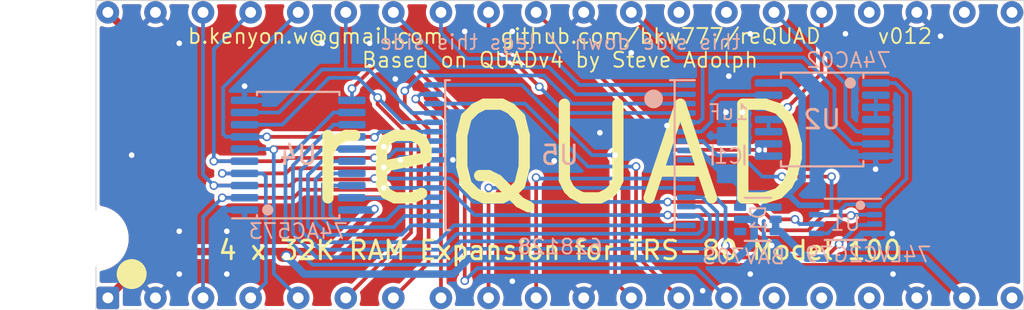
<source format=kicad_pcb>
(kicad_pcb (version 20211014) (generator pcbnew)
  (title_block (title "reQUAD") (date "2022-08-29") (rev "012") (company "Brian K. White - b.kenyon.w@gmail.com") (comment 1 "Original design by Steve Adolph"))
  (layers (0 "F.Cu" signal) (31 "B.Cu" signal) (34 "B.Paste" user) (35 "F.Paste" user) (36 "B.SilkS" user "B.Silkscreen") (37 "F.SilkS" user "F.Silkscreen") (38 "B.Mask" user) (39 "F.Mask" user) (44 "Edge.Cuts" user))
  (net 0 "")
  (net 1 "GND")
  (net 2 "/AD1")
  (net 3 "/AD3")
  (net 4 "/AD5")
  (net 5 "/AD7")
  (net 6 "/A9")
  (net 7 "/A11")
  (net 8 "/A13")
  (net 9 "/A15")
  (net 10 "/A14")
  (net 11 "/A12")
  (net 12 "/A10")
  (net 13 "/A8")
  (net 14 "/~{Y0}")
  (net 15 "/AD6")
  (net 16 "/AD4")
  (net 17 "/AD2")
  (net 18 "/AD0")
  (net 19 "/FLOP_CLK")
  (net 20 "/B1")
  (net 21 "/B0")
  (net 22 "/U5_CE2")
  (net 23 "Net-(U2-Pad10)")
  (net 24 "Net-(U2-Pad2)")
  (net 25 "/A1")
  (net 26 "/A3")
  (net 27 "/A2")
  (net 28 "/A0")
  (net 29 "/A4")
  (net 30 "/A5")
  (net 31 "/A6")
  (net 32 "/A7")
  (net 33 "VCC")
  (net 34 "VMEM")
  (net 35 "/RAMRST")
  (net 45 "/~{RD}*")
  (net 46 "/IO~{M}*")
  (net 47 "/ALE*")
  (net 48 "/(A)*")
  (net 49 "/RESET*")
  (net 50 "/~{WR}*")
  (footprint "000_LOCAL:DIP-40_pins" (layer "F.Cu") (at 125.87 107.62 90)
    (fp_text reference "J1" hide)
    (fp_text value "Model_100_System_BUS")
    (pad "1" thru_hole roundrect locked (at 0 0 90) (size 1.2 1.2) (drill 0.58) (layers *.Cu *.Mask) (roundrect_rratio 0.1) (net 33 "VCC"))
    (pad "2" thru_hole circle locked (at 0 2.54 90) (size 1.2 1.2) (drill 0.58) (layers *.Cu *.Mask) (net 1 "GND"))
    (pad "3" thru_hole circle locked (at 0 5.08 90) (size 1.2 1.2) (drill 0.58) (layers *.Cu *.Mask) (net 18 "/AD0"))
    (pad "4" thru_hole circle locked (at 0 7.62 90) (size 1.2 1.2) (drill 0.58) (layers *.Cu *.Mask) (net 17 "/AD2"))
    (pad "5" thru_hole circle locked (at 0 10.16 90) (size 1.2 1.2) (drill 0.58) (layers *.Cu *.Mask) (net 16 "/AD4"))
    (pad "6" thru_hole circle locked (at 0 12.7 90) (size 1.2 1.2) (drill 0.58) (layers *.Cu *.Mask) (net 15 "/AD6"))
    (pad "7" thru_hole circle locked (at 0 15.24 90) (size 1.2 1.2) (drill 0.58) (layers *.Cu *.Mask) (net 13 "/A8"))
    (pad "8" thru_hole circle locked (at 0 17.78 90) (size 1.2 1.2) (drill 0.58) (layers *.Cu *.Mask) (net 12 "/A10"))
    (pad "9" thru_hole circle locked (at 0 20.32 90) (size 1.2 1.2) (drill 0.58) (layers *.Cu *.Mask) (net 11 "/A12"))
    (pad "10" thru_hole circle locked (at 0 22.86 90) (size 1.2 1.2) (drill 0.58) (layers *.Cu *.Mask) (net 10 "/A14"))
    (pad "11" thru_hole circle locked (at 0 25.4 90) (size 1.2 1.2) (drill 0.58) (layers *.Cu *.Mask) (net 1 "GND"))
    (pad "12" thru_hole circle locked (at 0 27.94 90) (size 1.2 1.2) (drill 0.58) (layers *.Cu *.Mask) (net 45 "/~{RD}*"))
    (pad "13" thru_hole circle locked (at 0 30.48 90) (size 1.2 1.2) (drill 0.58) (layers *.Cu *.Mask) (net 46 "/IO~{M}*"))
    (pad "14" thru_hole circle locked (at 0 33.02 90) (size 1.2 1.2) (drill 0.58) (layers *.Cu *.Mask) (net 47 "/ALE*"))
    (pad "15" thru_hole circle locked (at 0 35.56 90) (size 1.2 1.2) (drill 0.58) (layers *.Cu *.Mask))
    (pad "16" thru_hole circle locked (at 0 38.1 90) (size 1.2 1.2) (drill 0.58) (layers *.Cu *.Mask) (net 48 "/(A)*"))
    (pad "17" thru_hole circle locked (at 0 40.64 90) (size 1.2 1.2) (drill 0.58) (layers *.Cu *.Mask))
    (pad "18" thru_hole circle locked (at 0 43.18 90) (size 1.2 1.2) (drill 0.58) (layers *.Cu *.Mask) (net 1 "GND"))
    (pad "19" thru_hole circle locked (at 0 45.72 90) (size 1.2 1.2) (drill 0.58) (layers *.Cu *.Mask) (net 35 "/RAMRST"))
    (pad "20" thru_hole circle locked (at 0 48.26 90) (size 1.2 1.2) (drill 0.58) (layers *.Cu *.Mask))
    (pad "21" thru_hole circle locked (at 15.24 48.26 90) (size 1.2 1.2) (drill 0.58) (layers *.Cu *.Mask))
    (pad "22" thru_hole circle locked (at 15.24 45.72 90) (size 1.2 1.2) (drill 0.58) (layers *.Cu *.Mask))
    (pad "23" thru_hole circle locked (at 15.24 43.18 90) (size 1.2 1.2) (drill 0.58) (layers *.Cu *.Mask) (net 1 "GND"))
    (pad "24" thru_hole circle locked (at 15.24 40.64 90) (size 1.2 1.2) (drill 0.58) (layers *.Cu *.Mask))
    (pad "25" thru_hole circle locked (at 15.24 38.1 90) (size 1.2 1.2) (drill 0.58) (layers *.Cu *.Mask) (net 49 "/RESET*"))
    (pad "26" thru_hole circle locked (at 15.24 35.56 90) (size 1.2 1.2) (drill 0.58) (layers *.Cu *.Mask) (net 14 "/~{Y0}"))
    (pad "27" thru_hole circle locked (at 15.24 33.02 90) (size 1.2 1.2) (drill 0.58) (layers *.Cu *.Mask))
    (pad "28" thru_hole circle locked (at 15.24 30.48 90) (size 1.2 1.2) (drill 0.58) (layers *.Cu *.Mask))
    (pad "29" thru_hole circle locked (at 15.24 27.94 90) (size 1.2 1.2) (drill 0.58) (layers *.Cu *.Mask) (net 50 "/~{WR}*"))
    (pad "30" thru_hole circle locked (at 15.24 25.4 90) (size 1.2 1.2) (drill 0.58) (layers *.Cu *.Mask) (net 1 "GND"))
    (pad "31" thru_hole circle locked (at 15.24 22.86 90) (size 1.2 1.2) (drill 0.58) (layers *.Cu *.Mask) (net 9 "/A15"))
    (pad "32" thru_hole circle locked (at 15.24 20.32 90) (size 1.2 1.2) (drill 0.58) (layers *.Cu *.Mask) (net 8 "/A13"))
    (pad "33" thru_hole circle locked (at 15.24 17.78 90) (size 1.2 1.2) (drill 0.58) (layers *.Cu *.Mask) (net 7 "/A11"))
    (pad "34" thru_hole circle locked (at 15.24 15.24 90) (size 1.2 1.2) (drill 0.58) (layers *.Cu *.Mask) (net 6 "/A9"))
    (pad "35" thru_hole circle locked (at 15.24 12.7 90) (size 1.2 1.2) (drill 0.58) (layers *.Cu *.Mask) (net 5 "/AD7"))
    (pad "36" thru_hole circle locked (at 15.24 10.16 90) (size 1.2 1.2) (drill 0.58) (layers *.Cu *.Mask) (net 4 "/AD5"))
    (pad "37" thru_hole circle locked (at 15.24 7.62 90) (size 1.2 1.2) (drill 0.58) (layers *.Cu *.Mask) (net 3 "/AD3"))
    (pad "38" thru_hole circle locked (at 15.24 5.08 90) (size 1.2 1.2) (drill 0.58) (layers *.Cu *.Mask) (net 2 "/AD1"))
    (pad "39" thru_hole circle locked (at 15.24 2.54 90) (size 1.2 1.2) (drill 0.58) (layers *.Cu *.Mask) (net 1 "GND"))
    (pad "40" thru_hole circle locked (at 15.24 0 90) (size 1.2 1.2) (drill 0.58) (layers *.Cu *.Mask) (net 33 "VCC"))
  )
  (footprint "000_LOCAL:TSOP32-14mm" (layer "B.Cu") (at 150 100 -90)
    (fp_text reference "U5" (at 0 0) (layer "B.SilkS") (effects (justify mirror)))
    (fp_text value "628128" (at 4.8895 0) (layer "B.SilkS") (effects (font (size 0.8 0.8) (thickness 0.1)) (justify mirror)))
    (pad "1" smd roundrect locked (at -3.75 -6.75 270) (size 0.3 1) (layers "B.Cu" "B.Paste" "B.Mask") (net 7 "/A11"))
    (pad "2" smd roundrect locked (at -3.25 -6.75 270) (size 0.3 1) (layers "B.Cu" "B.Paste" "B.Mask") (net 6 "/A9"))
    (pad "3" smd roundrect locked (at -2.75 -6.75 270) (size 0.3 1) (layers "B.Cu" "B.Paste" "B.Mask") (net 13 "/A8"))
    (pad "4" smd roundrect locked (at -2.25 -6.75 270) (size 0.3 1) (layers "B.Cu" "B.Paste" "B.Mask") (net 8 "/A13"))
    (pad "5" smd roundrect locked (at -1.75 -6.75 270) (size 0.3 1) (layers "B.Cu" "B.Paste" "B.Mask") (net 50 "/~{WR}*"))
    (pad "6" smd roundrect locked (at -1.25 -6.75 270) (size 0.3 1) (layers "B.Cu" "B.Paste" "B.Mask") (net 22 "/U5_CE2"))
    (pad "7" smd roundrect locked (at -0.75 -6.75 270) (size 0.3 1) (layers "B.Cu" "B.Paste" "B.Mask") (net 21 "/B0"))
    (pad "8" smd roundrect locked (at -0.25 -6.75 270) (size 0.3 1) (layers "B.Cu" "B.Paste" "B.Mask") (net 34 "VMEM"))
    (pad "9" smd roundrect locked (at 0.25 -6.75 270) (size 0.3 1) (layers "B.Cu" "B.Paste" "B.Mask"))
    (pad "10" smd roundrect locked (at 0.75 -6.75 270) (size 0.3 1) (layers "B.Cu" "B.Paste" "B.Mask") (net 20 "/B1"))
    (pad "11" smd roundrect locked (at 1.25 -6.75 270) (size 0.3 1) (layers "B.Cu" "B.Paste" "B.Mask") (net 10 "/A14"))
    (pad "12" smd roundrect locked (at 1.75 -6.75 270) (size 0.3 1) (layers "B.Cu" "B.Paste" "B.Mask") (net 11 "/A12"))
    (pad "13" smd roundrect locked (at 2.25 -6.75 270) (size 0.3 1) (layers "B.Cu" "B.Paste" "B.Mask") (net 32 "/A7"))
    (pad "14" smd roundrect locked (at 2.75 -6.75 270) (size 0.3 1) (layers "B.Cu" "B.Paste" "B.Mask") (net 31 "/A6"))
    (pad "15" smd roundrect locked (at 3.25 -6.75 270) (size 0.3 1) (layers "B.Cu" "B.Paste" "B.Mask") (net 30 "/A5"))
    (pad "16" smd roundrect locked (at 3.75 -6.75 270) (size 0.3 1) (layers "B.Cu" "B.Paste" "B.Mask") (net 29 "/A4"))
    (pad "17" smd roundrect locked (at 3.75 6.75 270) (size 0.3 1) (layers "B.Cu" "B.Paste" "B.Mask") (net 26 "/A3"))
    (pad "18" smd roundrect locked (at 3.25 6.75 270) (size 0.3 1) (layers "B.Cu" "B.Paste" "B.Mask") (net 27 "/A2"))
    (pad "19" smd roundrect locked (at 2.75 6.75 270) (size 0.3 1) (layers "B.Cu" "B.Paste" "B.Mask") (net 25 "/A1"))
    (pad "20" smd roundrect locked (at 2.25 6.75 270) (size 0.3 1) (layers "B.Cu" "B.Paste" "B.Mask") (net 28 "/A0"))
    (pad "21" smd roundrect locked (at 1.75 6.75 270) (size 0.3 1) (layers "B.Cu" "B.Paste" "B.Mask") (net 18 "/AD0"))
    (pad "22" smd roundrect locked (at 1.25 6.75 270) (size 0.3 1) (layers "B.Cu" "B.Paste" "B.Mask") (net 2 "/AD1"))
    (pad "23" smd roundrect locked (at 0.75 6.75 270) (size 0.3 1) (layers "B.Cu" "B.Paste" "B.Mask") (net 17 "/AD2"))
    (pad "24" smd roundrect locked (at 0.25 6.75 270) (size 0.3 1) (layers "B.Cu" "B.Paste" "B.Mask") (net 1 "GND"))
    (pad "25" smd roundrect locked (at -0.25 6.75 270) (size 0.3 1) (layers "B.Cu" "B.Paste" "B.Mask") (net 3 "/AD3"))
    (pad "26" smd roundrect locked (at -0.75 6.75 270) (size 0.3 1) (layers "B.Cu" "B.Paste" "B.Mask") (net 16 "/AD4"))
    (pad "27" smd roundrect locked (at -1.25 6.75 270) (size 0.3 1) (layers "B.Cu" "B.Paste" "B.Mask") (net 4 "/AD5"))
    (pad "28" smd roundrect locked (at -1.75 6.75 270) (size 0.3 1) (layers "B.Cu" "B.Paste" "B.Mask") (net 15 "/AD6"))
    (pad "29" smd roundrect locked (at -2.25 6.75 270) (size 0.3 1) (layers "B.Cu" "B.Paste" "B.Mask") (net 5 "/AD7"))
    (pad "30" smd roundrect locked (at -2.75 6.75 270) (size 0.3 1) (layers "B.Cu" "B.Paste" "B.Mask") (net 46 "/IO~{M}*"))
    (pad "31" smd roundrect locked (at -3.25 6.75 270) (size 0.3 1) (layers "B.Cu" "B.Paste" "B.Mask") (net 12 "/A10"))
    (pad "32" smd roundrect locked (at -3.75 6.75 270) (size 0.3 1) (layers "B.Cu" "B.Paste" "B.Mask") (net 45 "/~{RD}*"))
  )
  (footprint "000_LOCAL:TSSOP-20_4.4x6.5mm_P0.65mm" (layer "B.Cu") (at 136.03 100)
    (fp_text reference "U4" (at 0 0) (layer "B.SilkS") (effects (justify mirror)))
    (fp_text value "74AC573" (at 0 4.064) (layer "B.SilkS") (effects (font (size 0.8 0.8) (thickness 0.1)) (justify mirror)))
    (pad "1" smd roundrect locked (at -2.8625 2.925) (size 1.475 0.4) (layers "B.Cu" "B.Paste" "B.Mask") (net 1 "GND"))
    (pad "2" smd roundrect locked (at -2.8625 2.275) (size 1.475 0.4) (layers "B.Cu" "B.Paste" "B.Mask") (net 18 "/AD0"))
    (pad "3" smd roundrect locked (at -2.8625 1.625) (size 1.475 0.4) (layers "B.Cu" "B.Paste" "B.Mask") (net 2 "/AD1"))
    (pad "4" smd roundrect locked (at -2.8625 0.975) (size 1.475 0.4) (layers "B.Cu" "B.Paste" "B.Mask") (net 17 "/AD2"))
    (pad "5" smd roundrect locked (at -2.8625 0.325) (size 1.475 0.4) (layers "B.Cu" "B.Paste" "B.Mask") (net 3 "/AD3"))
    (pad "6" smd roundrect locked (at -2.8625 -0.325) (size 1.475 0.4) (layers "B.Cu" "B.Paste" "B.Mask") (net 16 "/AD4"))
    (pad "7" smd roundrect locked (at -2.8625 -0.975) (size 1.475 0.4) (layers "B.Cu" "B.Paste" "B.Mask") (net 4 "/AD5"))
    (pad "8" smd roundrect locked (at -2.8625 -1.625) (size 1.475 0.4) (layers "B.Cu" "B.Paste" "B.Mask") (net 15 "/AD6"))
    (pad "9" smd roundrect locked (at -2.8625 -2.275) (size 1.475 0.4) (layers "B.Cu" "B.Paste" "B.Mask") (net 5 "/AD7"))
    (pad "10" smd roundrect locked (at -2.8625 -2.925) (size 1.475 0.4) (layers "B.Cu" "B.Paste" "B.Mask") (net 1 "GND"))
    (pad "11" smd roundrect locked (at 2.8625 -2.925) (size 1.475 0.4) (layers "B.Cu" "B.Paste" "B.Mask") (net 47 "/ALE*"))
    (pad "12" smd roundrect locked (at 2.8625 -2.275) (size 1.475 0.4) (layers "B.Cu" "B.Paste" "B.Mask") (net 32 "/A7"))
    (pad "13" smd roundrect locked (at 2.8625 -1.625) (size 1.475 0.4) (layers "B.Cu" "B.Paste" "B.Mask") (net 31 "/A6"))
    (pad "14" smd roundrect locked (at 2.8625 -0.975) (size 1.475 0.4) (layers "B.Cu" "B.Paste" "B.Mask") (net 30 "/A5"))
    (pad "15" smd roundrect locked (at 2.8625 -0.325) (size 1.475 0.4) (layers "B.Cu" "B.Paste" "B.Mask") (net 29 "/A4"))
    (pad "16" smd roundrect locked (at 2.8625 0.325) (size 1.475 0.4) (layers "B.Cu" "B.Paste" "B.Mask") (net 26 "/A3"))
    (pad "17" smd roundrect locked (at 2.8625 0.975) (size 1.475 0.4) (layers "B.Cu" "B.Paste" "B.Mask") (net 27 "/A2"))
    (pad "18" smd roundrect locked (at 2.8625 1.625) (size 1.475 0.4) (layers "B.Cu" "B.Paste" "B.Mask") (net 25 "/A1"))
    (pad "19" smd roundrect locked (at 2.8625 2.275) (size 1.475 0.4) (layers "B.Cu" "B.Paste" "B.Mask") (net 28 "/A0"))
    (pad "20" smd roundrect locked (at 2.8625 2.925) (size 1.475 0.4) (layers "B.Cu" "B.Paste" "B.Mask") (net 33 "VCC"))
  )
  (footprint "000_LOCAL:NPTH_3mm" (layer "B.Cu") (at 125.235 104.445 180)
    (fp_text reference "REF**" hide)
    (fp_text value "NPTH_3mm")
    (pad "" np_thru_hole circle locked (at 0 0 180) (size 3 3) (drill 3) (layers *.Cu *.Mask))
  )
  (footprint "000_LOCAL:TSSOP-14_4.4x5mm_P0.65mm" (layer "B.Cu") (at 164 98.1 180)
    (fp_text reference "U2" (at 0 0) (layer "B.SilkS") (effects (justify mirror)))
    (fp_text value "74AC02" (at -1.405 3.17) (layer "B.SilkS") (effects (font (size 0.8 0.8) (thickness 0.1)) (justify mirror)))
    (pad "1" smd roundrect locked (at -2.8625 1.95 180) (size 1.475 0.4) (layers "B.Cu" "B.Paste" "B.Mask") (net 19 "/FLOP_CLK"))
    (pad "2" smd roundrect locked (at -2.8625 1.3 180) (size 1.475 0.4) (layers "B.Cu" "B.Paste" "B.Mask") (net 24 "Net-(U2-Pad2)"))
    (pad "3" smd roundrect locked (at -2.8625 0.65 180) (size 1.475 0.4) (layers "B.Cu" "B.Paste" "B.Mask") (net 24 "Net-(U2-Pad2)"))
    (pad "4" smd roundrect locked (at -2.8625 0 180) (size 1.475 0.4) (layers "B.Cu" "B.Paste" "B.Mask") (net 24 "Net-(U2-Pad2)"))
    (pad "5" smd roundrect locked (at -2.8625 -0.65 180) (size 1.475 0.4) (layers "B.Cu" "B.Paste" "B.Mask") (net 14 "/~{Y0}"))
    (pad "6" smd roundrect locked (at -2.8625 -1.3 180) (size 1.475 0.4) (layers "B.Cu" "B.Paste" "B.Mask") (net 50 "/~{WR}*"))
    (pad "7" smd roundrect locked (at -2.8625 -1.95 180) (size 1.475 0.4) (layers "B.Cu" "B.Paste" "B.Mask") (net 1 "GND"))
    (pad "8" smd roundrect locked (at 2.8625 -1.95 180) (size 1.475 0.4) (layers "B.Cu" "B.Paste" "B.Mask") (net 9 "/A15"))
    (pad "9" smd roundrect locked (at 2.8625 -1.3 180) (size 1.475 0.4) (layers "B.Cu" "B.Paste" "B.Mask") (net 9 "/A15"))
    (pad "10" smd roundrect locked (at 2.8625 -0.65 180) (size 1.475 0.4) (layers "B.Cu" "B.Paste" "B.Mask") (net 23 "Net-(U2-Pad10)"))
    (pad "11" smd roundrect locked (at 2.8625 0 180) (size 1.475 0.4) (layers "B.Cu" "B.Paste" "B.Mask") (net 23 "Net-(U2-Pad10)"))
    (pad "12" smd roundrect locked (at 2.8625 0.65 180) (size 1.475 0.4) (layers "B.Cu" "B.Paste" "B.Mask") (net 49 "/RESET*"))
    (pad "13" smd roundrect locked (at 2.8625 1.3 180) (size 1.475 0.4) (layers "B.Cu" "B.Paste" "B.Mask") (net 22 "/U5_CE2"))
    (pad "14" smd roundrect locked (at 2.8625 1.95 180) (size 1.475 0.4) (layers "B.Cu" "B.Paste" "B.Mask") (net 34 "VMEM"))
  )
  (footprint "000_LOCAL:C_0805" (layer "B.Cu") (at 159 100 90)
    (fp_text reference "C1" (at -0.05 0) (layer "B.SilkS") (effects (font (size 0.8 0.8) (thickness 0.1)) (justify mirror)))
    (fp_text value "1uF" (at 2.286 0) (layer "B.SilkS") (effects (font (size 0.8 0.8) (thickness 0.1)) (justify mirror)))
    (pad "1" smd roundrect locked (at -1 0 90) (size 1 1.25) (layers "B.Cu" "B.Paste" "B.Mask") (roundrect_rratio 0.1) (net 34 "VMEM"))
    (pad "2" smd roundrect locked (at 1 0 90) (size 1 1.25) (layers "B.Cu" "B.Paste" "B.Mask") (roundrect_rratio 0.1) (net 1 "GND"))
  )
  (footprint "000_LOCAL:VSSOP-8_2.3x2mm_P0.5mm" (layer "B.Cu") (at 165.24 103.429 180)
    (fp_text reference "U1" (at 0 -0.2) (layer "B.SilkS") (effects (font (size 0.8 0.8) (thickness 0.1)) (justify mirror)))
    (fp_text value "74LVC2G79" (at -1.2192 -1.8796) (layer "B.SilkS") (effects (font (size 0.8 0.8) (thickness 0.1)) (justify mirror)))
    (pad "1" smd roundrect locked (at -1.55 0.75 270) (size 0.3 0.8) (layers "B.Cu" "B.Paste" "B.Mask") (roundrect_rratio 0.18) (net 19 "/FLOP_CLK"))
    (pad "2" smd roundrect locked (at -1.55 0.25 270) (size 0.3 0.8) (layers "B.Cu" "B.Paste" "B.Mask") (roundrect_rratio 0.18) (net 18 "/AD0"))
    (pad "3" smd roundrect locked (at -1.55 -0.25 270) (size 0.3 0.8) (layers "B.Cu" "B.Paste" "B.Mask") (roundrect_rratio 0.18) (net 20 "/B1"))
    (pad "4" smd roundrect locked (at -1.55 -0.75 270) (size 0.3 0.8) (layers "B.Cu" "B.Paste" "B.Mask") (roundrect_rratio 0.18) (net 1 "GND"))
    (pad "5" smd roundrect locked (at 1.55 -0.75 270) (size 0.3 0.8) (layers "B.Cu" "B.Paste" "B.Mask") (roundrect_rratio 0.18) (net 19 "/FLOP_CLK"))
    (pad "6" smd roundrect locked (at 1.55 -0.25 270) (size 0.3 0.8) (layers "B.Cu" "B.Paste" "B.Mask") (roundrect_rratio 0.18) (net 2 "/AD1"))
    (pad "7" smd roundrect locked (at 1.55 0.25 270) (size 0.3 0.8) (layers "B.Cu" "B.Paste" "B.Mask") (roundrect_rratio 0.18) (net 21 "/B0"))
    (pad "8" smd roundrect locked (at 1.55 0.75 270) (size 0.3 0.8) (layers "B.Cu" "B.Paste" "B.Mask") (roundrect_rratio 0.18) (net 34 "VMEM"))
  )
  (footprint "000_LOCAL:SOT-363_symmetric" (layer "B.Cu") (at 160.5664 103.429 180)
    (fp_text reference "D1" (at -0.0254 0 270) (layer "B.SilkS") (effects (font (size 0.8 0.8) (thickness 0.1)) (justify mirror)))
    (fp_text value "BAV70S" (at 0.762 -1.9812) (layer "B.SilkS") (effects (font (size 0.8 0.8) (thickness 0.1)) (justify mirror)))
    (pad "1" smd roundrect locked (at -0.95 0.65 180) (size 0.65 0.4) (layers "B.Cu" "B.Paste" "B.Mask") (roundrect_rratio 0.18) (net 33 "VCC"))
    (pad "2" smd roundrect locked (at -0.95 0 180) (size 0.65 0.4) (layers "B.Cu" "B.Paste" "B.Mask") (roundrect_rratio 0.18) (net 35 "/RAMRST"))
    (pad "3" smd roundrect locked (at -0.95 -0.65 180) (size 0.65 0.4) (layers "B.Cu" "B.Paste" "B.Mask") (roundrect_rratio 0.18) (net 35 "/RAMRST"))
    (pad "4" smd roundrect locked (at 0.95 -0.65 180) (size 0.65 0.4) (layers "B.Cu" "B.Paste" "B.Mask") (roundrect_rratio 0.18))
    (pad "5" smd roundrect locked (at 0.95 0 180) (size 0.65 0.4) (layers "B.Cu" "B.Paste" "B.Mask") (roundrect_rratio 0.18) (net 33 "VCC"))
    (pad "6" smd roundrect locked (at 0.95 0.65 180) (size 0.65 0.4) (layers "B.Cu" "B.Paste" "B.Mask") (roundrect_rratio 0.18) (net 34 "VMEM"))
  )
  (gr_circle (center 127.14 106.35) (end 126.74 106.35) (layer "F.SilkS") (width 0.8) (fill none))
  (gr_line (start 174.765 91.745) (end 125.235 91.745) (layer "Edge.Cuts") (width 0.05))
  (gr_line (start 125.235 91.745) (end 125.235 108.255) (layer "Edge.Cuts") (width 0.05))
  (gr_line (start 174.765 108.255) (end 174.765 91.745) (layer "Edge.Cuts") (width 0.05))
  (gr_line (start 125.235 108.255) (end 174.765 108.255) (layer "Edge.Cuts") (width 0.05))
  (gr_text "this side down / legs this side" (at 150 93.9675) (layer "B.SilkS") (effects (font (size 0.8 0.8) (thickness 0.1)) (justify mirror)))
  (gr_text "4 x 32K RAM Expansion for TRS-80 Model 100" (at 150 105.08) (layer "F.SilkS") (effects (font (size 1 1))))
  (gr_text "reQUAD" (at 150 100) (layer "F.SilkS") (effects (font (size 5 5) (thickness 0.6))))
  (gr_text "b.kenyon.w@gmail.com     github.com/bkw777/reQUAD     v012" (at 150 93.65) (layer "F.SilkS") (effects (font (size 0.8 0.8) (thickness 0.1))))
  (gr_text "Based on QUADv4 by Steve Adolph" (at 150 94.92) (layer "F.SilkS") (effects (font (size 0.8 0.8) (thickness 0.1))))
  (via (at 170.32 93.65) (size 0.46) (drill 0.3) (layers "F.Cu" "B.Cu") (net 1))
  (via (at 160.16 93.523) (size 0.46) (drill 0.3) (layers "F.Cu" "B.Cu") (net 1))
  (via (at 152.1336 98.8062) (size 0.46) (drill 0.3) (layers "F.Cu" "B.Cu") (net 1))
  (via (at 159.017 95.7836) (size 0.46) (drill 0.3) (layers "F.Cu" "B.Cu") (net 1))
  (via (at 165.24 93.523) (size 0.46) (drill 0.3) (layers "F.Cu" "B.Cu") (net 1))
  (via (at 139.84 94.031) (size 0.46) (drill 0.3) (layers "F.Cu" "B.Cu") (net 1))
  (via (at 127.14 100) (size 0.46) (drill 0.3) (layers "F.Cu" "B.Cu") (net 1))
  (via (at 157.62 107.239) (size 0.46) (drill 0.3) (layers "F.Cu" "B.Cu") (net 1))
  (via (at 147.46 93.396) (size 0.46) (drill 0.3) (layers "F.Cu" "B.Cu") (net 1))
  (via (at 160.16 106.35) (size 0.46) (drill 0.3) (layers "F.Cu" "B.Cu") (net 1))
  (via (at 153.81 94.539) (size 0.46) (drill 0.3) (layers "F.Cu" "B.Cu") (net 1))
  (via (at 132.22 106.35) (size 0.46) (drill 0.3) (layers "F.Cu" "B.Cu") (net 1))
  (via (at 129.68 94.031) (size 0.46) (drill 0.3) (layers "F.Cu" "B.Cu") (net 1))
  (via (at 167.74 104.19) (size 0.46) (drill 0.3) (layers "F.Cu" "B.Cu") (net 1))
  (via (at 147.46 106.731) (size 0.46) (drill 0.3) (layers "F.Cu" "B.Cu") (net 1))
  (via (at 158.8646 97.714) (size 0.46) (drill 0.3) (layers "F.Cu" "B.Cu") (net 1))
  (via (at 141.491 100.25) (size 0.46) (drill 0.3) (layers "F.Cu" "B.Cu") (net 1))
  (via (at 167.78 106.35) (size 0.46) (drill 0.3) (layers "F.Cu" "B.Cu") (net 1))
  (via (at 144.92 93.396) (size 0.46) (drill 0.3) (layers "F.Cu" "B.Cu") (net 1))
  (via (at 141.2116 95.936) (size 0.46) (drill 0.3) (layers "F.Cu" "B.Cu") (net 1))
  (via (at 159.7282 97.714) (size 0.46) (drill 0.3) (layers "F.Cu" "B.Cu") (net 1))
  (via (at 137.3 94.031) (size 0.46) (drill 0.3) (layers "F.Cu" "B.Cu") (net 1))
  (via (at 161.303 104.826) (size 0.46) (drill 0.3) (layers "F.Cu" "B.Cu") (net 1))
  (via (at 149.6952 100.3048) (size 0.46) (drill 0.3) (layers "F.Cu" "B.Cu") (net 1))
  (via (at 166.85 100.75) (size 0.46) (drill 0.3) (layers "F.Cu" "B.Cu") (net 1))
  (via (at 129.68 104.064) (size 0.46) (drill 0.3) (layers "F.Cu" "B.Cu") (net 1))
  (via (at 133.1675 96.317) (size 0.46) (drill 0.3) (layers "F.Cu" "B.Cu") (net 1))
  (via (at 155.715 98.4252) (size 0.46) (drill 0.3) (layers "F.Cu" "B.Cu") (net 1))
  (via (at 144.285 100.254) (size 0.46) (drill 0.3) (layers "F.Cu" "B.Cu") (net 1))
  (via (at 132.22 104.064) (size 0.46) (drill 0.3) (layers "F.Cu" "B.Cu") (net 1))
  (via (at 129.68 106.35) (size 0.46) (drill 0.3) (layers "F.Cu" "B.Cu") (net 1))
  (segment (start 160.3486 102.5) (end 155.75 102.5) (width 0.2) (layer "F.Cu") (net 2))
  (segment (start 135.92525 101.3) (end 135.60025 101.625) (width 0.2) (layer "F.Cu") (net 2))
  (segment (start 140.1 101.25) (end 140.05 101.3) (width 0.2) (layer "F.Cu") (net 2))
  (segment (start 135.60025 101.625) (end 131.525 101.625) (width 0.2) (layer "F.Cu") (net 2))
  (segment (start 140.05 101.3) (end 135.92525 101.3) (width 0.2) (layer "F.Cu") (net 2))
  (segment (start 162.5476 103.429) (end 161.2776 103.429) (width 0.2) (layer "F.Cu") (net 2))
  (segment (start 161.2776 103.429) (end 160.3486 102.5) (width 0.2) (layer "F.Cu") (net 2))
  (via (at 162.5476 103.429) (size 0.46) (drill 0.3) (layers "F.Cu" "B.Cu") (net 2))
  (via (at 140.1 101.25) (size 0.46) (drill 0.3) (layers "F.Cu" "B.Cu") (net 2))
  (via (at 131.525 101.625) (size 0.46) (drill 0.3) (layers "F.Cu" "B.Cu") (net 2))
  (via (at 155.75 102.5) (size 0.46) (drill 0.3) (layers "F.Cu" "B.Cu") (net 2))
  (segment (start 144.15 101.25) (end 143.25 101.25) (width 0.2) (layer "B.Cu") (net 2))
  (segment (start 140.1 101.25) (end 140.15 101.2) (width 0.2) (layer "B.Cu") (net 2))
  (segment (start 130.95 101.05) (end 131.525 101.625) (width 0.2) (layer "B.Cu") (net 2))
  (segment (start 140.88 101.2) (end 140.93 101.25) (width 0.2) (layer "B.Cu") (net 2))
  (segment (start 140.15 101.2) (end 140.88 101.2) (width 0.2) (layer "B.Cu") (net 2))
  (segment (start 162.7976 103.679) (end 163.69 103.679) (width 0.2) (layer "B.Cu") (net 2))
  (segment (start 140.93 101.25) (end 143.25 101.25) (width 0.2) (layer "B.Cu") (net 2))
  (segment (start 145.4 102.5) (end 144.15 101.25) (width 0.2) (layer "B.Cu") (net 2))
  (segment (start 130.95 101.05) (end 130.95 92.38) (width 0.2) (layer "B.Cu") (net 2))
  (segment (start 162.5476 103.429) (end 162.7976 103.679) (width 0.2) (layer "B.Cu") (net 2))
  (segment (start 133.1675 101.625) (end 131.525 101.625) (width 0.2) (layer "B.Cu") (net 2))
  (segment (start 155.75 102.5) (end 145.4 102.5) (width 0.2) (layer "B.Cu") (net 2))
  (segment (start 140.1 100.15) (end 135.3 100.15) (width 0.2) (layer "F.Cu") (net 3))
  (segment (start 135.3 100.15) (end 135.125 100.325) (width 0.2) (layer "F.Cu") (net 3))
  (segment (start 135.125 100.325) (end 131.525 100.325) (width 0.2) (layer "F.Cu") (net 3))
  (via (at 140.1 100.15) (size 0.46) (drill 0.3) (layers "F.Cu" "B.Cu") (net 3))
  (via (at 131.525 100.325) (size 0.46) (drill 0.3) (layers "F.Cu" "B.Cu") (net 3))
  (segment (start 140.1 100.15) (end 140.15 100.1) (width 0.2) (layer "B.Cu") (net 3))
  (segment (start 140.15 100.1) (end 140.85 100.1) (width 0.2) (layer "B.Cu") (net 3))
  (segment (start 131.525 100.325) (end 131.525 94.345) (width 0.2) (layer "B.Cu") (net 3))
  (segment (start 141.25 99.7) (end 143.2 99.7) (width 0.2) (layer "B.Cu") (net 3))
  (segment (start 131.525 94.345) (end 133.49 92.38) (width 0.2) (layer "B.Cu") (net 3))
  (segment (start 133.1675 100.325) (end 131.525 100.325) (width 0.2) (layer "B.Cu") (net 3))
  (segment (start 143.2 99.7) (end 143.25 99.75) (width 0.2) (layer "B.Cu") (net 3))
  (segment (start 140.85 100.1) (end 141.25 99.7) (width 0.2) (layer "B.Cu") (net 3))
  (segment (start 134.3536 99.025) (end 140.075 99.025) (width 0.2) (layer "F.Cu") (net 4))
  (segment (start 140.075 99.025) (end 140.1 99.05) (width 0.2) (layer "F.Cu") (net 4))
  (via (at 140.1 99.05) (size 0.46) (drill 0.3) (layers "F.Cu" "B.Cu") (net 4))
  (via (at 134.3536 99.025) (size 0.46) (drill 0.3) (layers "F.Cu" "B.Cu") (net 4))
  (segment (start 133.1675 99.025) (end 132.1848 99.025) (width 0.2) (layer "B.Cu") (net 4))
  (segment (start 133.1675 99.025) (end 134.3536 99.025) (width 0.2) (layer "B.Cu") (net 4))
  (segment (start 140.1 99.05) (end 140.4 98.75) (width 0.2) (layer "B.Cu") (net 4))
  (segment (start 132.025 96.385) (end 136.03 92.38) (width 0.2) (layer "B.Cu") (net 4))
  (segment (start 132.1848 99.025) (end 132.025 98.8652) (width 0.2) (layer "B.Cu") (net 4))
  (segment (start 132.025 98.8652) (end 132.025 96.385) (width 0.2) (layer "B.Cu") (net 4))
  (segment (start 140.4 98.75) (end 143.25 98.75) (width 0.2) (layer "B.Cu") (net 4))
  (segment (start 143.25 97.75) (end 142.0985 97.75) (width 0.2) (layer "B.Cu") (net 5))
  (segment (start 138.57 95.428) (end 138.57 92.38) (width 0.2) (layer "B.Cu") (net 5))
  (segment (start 137.3 95.428) (end 135.003 97.725) (width 0.2) (layer "B.Cu") (net 5))
  (segment (start 135.003 97.725) (end 133.1675 97.725) (width 0.2) (layer "B.Cu") (net 5))
  (segment (start 142.0985 97.75) (end 139.7765 95.428) (width 0.2) (layer "B.Cu") (net 5))
  (segment (start 139.7765 95.428) (end 137.3 95.428) (width 0.2) (layer "B.Cu") (net 5))
  (segment (start 144.03 95.3) (end 141.11 92.38) (width 0.2) (layer "B.Cu") (net 6))
  (segment (start 150.85 96.75) (end 149.4 95.3) (width 0.2) (layer "B.Cu") (net 6))
  (segment (start 156.75 96.75) (end 150.85 96.75) (width 0.2) (layer "B.Cu") (net 6))
  (segment (start 149.4 95.3) (end 144.03 95.3) (width 0.2) (layer "B.Cu") (net 6))
  (segment (start 143.65 93.4722) (end 143.65 92.38) (width 0.2) (layer "B.Cu") (net 7))
  (segment (start 151.05 96.25) (end 149.65 94.85) (width 0.2) (layer "B.Cu") (net 7))
  (segment (start 156.75 96.25) (end 151.05 96.25) (width 0.2) (layer "B.Cu") (net 7))
  (segment (start 149.65 94.85) (end 145.0278 94.85) (width 0.2) (layer "B.Cu") (net 7))
  (segment (start 145.0278 94.85) (end 143.65 93.4722) (width 0.2) (layer "B.Cu") (net 7))
  (segment (start 148.9 96.35) (end 146.19 93.64) (width 0.2) (layer "F.Cu") (net 8))
  (segment (start 146.19 93.64) (end 146.19 92.38) (width 0.2) (layer "F.Cu") (net 8))
  (via (at 148.9 96.35) (size 0.46) (drill 0.3) (layers "F.Cu" "B.Cu") (net 8))
  (segment (start 150.3 97.75) (end 156.75 97.75) (width 0.2) (layer "B.Cu") (net 8))
  (segment (start 148.9 96.35) (end 150.3 97.75) (width 0.2) (layer "B.Cu") (net 8))
  (segment (start 160.62 99.72) (end 156.07 99.72) (width 0.2) (layer "F.Cu") (net 9))
  (segment (start 160.625 99.725) (end 160.62 99.72) (width 0.2) (layer "F.Cu") (net 9))
  (segment (start 156.07 99.72) (end 148.73 92.38) (width 0.2) (layer "F.Cu") (net 9))
  (via (at 160.625 99.725) (size 0.46) (drill 0.3) (layers "F.Cu" "B.Cu") (net 9))
  (segment (start 160.95 100.05) (end 161.1375 100.05) (width 0.2) (layer "B.Cu") (net 9))
  (segment (start 160.625 99.725) (end 160.95 100.05) (width 0.2) (layer "B.Cu") (net 9))
  (segment (start 160.95 99.4) (end 161.1375 99.4) (width 0.2) (layer "B.Cu") (net 9))
  (segment (start 160.625 99.725) (end 160.95 99.4) (width 0.2) (layer "B.Cu") (net 9))
  (segment (start 148.725 101.2) (end 148.73 101.205) (width 0.2) (layer "F.Cu") (net 10))
  (segment (start 148.73 101.205) (end 148.73 107.62) (width 0.2) (layer "F.Cu") (net 10))
  (via (at 148.725 101.2) (size 0.46) (drill 0.3) (layers "F.Cu" "B.Cu") (net 10))
  (segment (start 148.725 101.2) (end 148.775 101.25) (width 0.2) (layer "B.Cu") (net 10))
  (segment (start 148.775 101.25) (end 156.75 101.25) (width 0.2) (layer "B.Cu") (net 10))
  (segment (start 146.2 101.75) (end 146.19 101.76) (width 0.2) (layer "F.Cu") (net 11))
  (segment (start 146.19 101.76) (end 146.19 107.62) (width 0.2) (layer "F.Cu") (net 11))
  (via (at 146.2 101.75) (size 0.46) (drill 0.3) (layers "F.Cu" "B.Cu") (net 11))
  (segment (start 146.2 101.75) (end 156.75 101.75) (width 0.2) (layer "B.Cu") (net 11))
  (segment (start 143.65 98.35) (end 143.65 107.62) (width 0.2) (layer "F.Cu") (net 12))
  (segment (start 142.3 97) (end 143.65 98.35) (width 0.2) (layer "F.Cu") (net 12))
  (via (at 142.3 97) (size 0.46) (drill 0.3) (layers "F.Cu" "B.Cu") (net 12))
  (segment (start 142.55 96.75) (end 143.25 96.75) (width 0.2) (layer "B.Cu") (net 12))
  (segment (start 142.3 97) (end 142.55 96.75) (width 0.2) (layer "B.Cu") (net 12))
  (segment (start 142.9896 105.7404) (end 141.11 107.62) (width 0.2) (layer "F.Cu") (net 13))
  (segment (start 141.7196 97.333) (end 142.9896 98.603) (width 0.2) (layer "F.Cu") (net 13))
  (segment (start 141.7196 96.571) (end 141.7196 97.333) (width 0.2) (layer "F.Cu") (net 13))
  (segment (start 142.9896 98.603) (end 142.9896 105.7404) (width 0.2) (layer "F.Cu") (net 13))
  (via (at 141.7196 96.571) (size 0.46) (drill 0.3) (layers "F.Cu" "B.Cu") (net 13))
  (segment (start 142.5406 95.75) (end 149.15 95.75) (width 0.2) (layer "B.Cu") (net 13))
  (segment (start 150.65 97.25) (end 156.75 97.25) (width 0.2) (layer "B.Cu") (net 13))
  (segment (start 149.15 95.75) (end 150.65 97.25) (width 0.2) (layer "B.Cu") (net 13))
  (segment (start 141.7196 96.571) (end 142.5406 95.75) (width 0.2) (layer "B.Cu") (net 13))
  (segment (start 166.8625 98.75) (end 165.85 98.75) (width 0.2) (layer "B.Cu") (net 14))
  (segment (start 165.24 96.19) (end 161.43 92.38) (width 0.2) (layer "B.Cu") (net 14))
  (segment (start 165.24 98.14) (end 165.24 96.19) (width 0.2) (layer "B.Cu") (net 14))
  (segment (start 165.85 98.75) (end 165.24 98.14) (width 0.2) (layer "B.Cu") (net 14))
  (segment (start 140.2718 96.9266) (end 140.2718 97.2822) (width 0.2) (layer "F.Cu") (net 15))
  (segment (start 142.0498 104.1402) (end 138.57 107.62) (width 0.2) (layer "F.Cu") (net 15))
  (segment (start 140.2718 97.2822) (end 142.0498 99.0602) (width 0.2) (layer "F.Cu") (net 15))
  (segment (start 142.0498 99.0602) (end 142.0498 104.1402) (width 0.2) (layer "F.Cu") (net 15))
  (via (at 140.2718 96.9266) (size 0.46) (drill 0.3) (layers "F.Cu" "B.Cu") (net 15))
  (segment (start 139.2177 95.8725) (end 137.681 95.8725) (width 0.2) (layer "B.Cu") (net 15))
  (segment (start 137.681 95.8725) (end 135.1785 98.375) (width 0.2) (layer "B.Cu") (net 15))
  (segment (start 141.5952 98.25) (end 143.25 98.25) (width 0.2) (layer "B.Cu") (net 15))
  (segment (start 140.2718 96.9266) (end 139.2177 95.8725) (width 0.2) (layer "B.Cu") (net 15))
  (segment (start 135.1785 98.375) (end 133.1675 98.375) (width 0.2) (layer "B.Cu") (net 15))
  (segment (start 140.2718 96.9266) (end 141.5952 98.25) (width 0.2) (layer "B.Cu") (net 15))
  (segment (start 134.8285 99.6) (end 134.725 99.7035) (width 0.2) (layer "F.Cu") (net 16))
  (segment (start 140.6 99.55) (end 140.55 99.6) (width 0.2) (layer "F.Cu") (net 16))
  (segment (start 140.55 99.6) (end 134.8285 99.6) (width 0.2) (layer "F.Cu") (net 16))
  (via (at 134.725 99.7035) (size 0.46) (drill 0.3) (layers "F.Cu" "B.Cu") (net 16))
  (via (at 140.6 99.55) (size 0.46) (drill 0.3) (layers "F.Cu" "B.Cu") (net 16))
  (segment (start 133.1675 99.675) (end 134.6965 99.675) (width 0.2) (layer "B.Cu") (net 16))
  (segment (start 140.9 99.25) (end 143.25 99.25) (width 0.2) (layer "B.Cu") (net 16))
  (segment (start 134.725 99.7035) (end 134.725 106.315) (width 0.2) (layer "B.Cu") (net 16))
  (segment (start 134.725 106.315) (end 136.03 107.62) (width 0.2) (layer "B.Cu") (net 16))
  (segment (start 140.6 99.55) (end 140.9 99.25) (width 0.2) (layer "B.Cu") (net 16))
  (segment (start 134.6965 99.675) (end 134.725 99.7035) (width 0.2) (layer "B.Cu") (net 16))
  (segment (start 140.55 100.7) (end 135.65 100.7) (width 0.2) (layer "F.Cu") (net 17))
  (segment (start 135.375 100.975) (end 131.975 100.975) (width 0.2) (layer "F.Cu") (net 17))
  (segment (start 135.65 100.7) (end 135.375 100.975) (width 0.2) (layer "F.Cu") (net 17))
  (segment (start 140.6 100.65) (end 140.55 100.7) (width 0.2) (layer "F.Cu") (net 17))
  (via (at 131.975 100.975) (size 0.46) (drill 0.3) (layers "F.Cu" "B.Cu") (net 17))
  (via (at 140.6 100.65) (size 0.46) (drill 0.3) (layers "F.Cu" "B.Cu") (net 17))
  (segment (start 141.01 100.65) (end 140.6 100.65) (width 0.2) (layer "B.Cu") (net 17))
  (segment (start 134.3 106.81) (end 133.49 107.62) (width 0.2) (layer "B.Cu") (net 17))
  (segment (start 143.25 100.75) (end 143.2 100.8) (width 0.2) (layer "B.Cu") (net 17))
  (segment (start 134.1348 100.975) (end 134.3 101.1402) (width 0.2) (layer "B.Cu") (net 17))
  (segment (start 143.2 100.8) (end 141.16 100.8) (width 0.2) (layer "B.Cu") (net 17))
  (segment (start 133.1675 100.975) (end 131.975 100.975) (width 0.2) (layer "B.Cu") (net 17))
  (segment (start 133.1675 100.975) (end 134.1348 100.975) (width 0.2) (layer "B.Cu") (net 17))
  (segment (start 134.3 101.1402) (end 134.3 106.81) (width 0.2) (layer "B.Cu") (net 17))
  (segment (start 141.16 100.8) (end 141.01 100.65) (width 0.2) (layer "B.Cu") (net 17))
  (segment (start 135.787 102.275) (end 131.975 102.275) (width 0.2) (layer "F.Cu") (net 18))
  (segment (start 164.052 103.22) (end 163.2588 104.0132) (width 0.2) (layer "F.Cu") (net 18))
  (segment (start 140.5 101.85) (end 136.212 101.85) (width 0.2) (layer "F.Cu") (net 18))
  (segment (start 165.54 103.22) (end 164.052 103.22) (width 0.2) (layer "F.Cu") (net 18))
  (segment (start 136.212 101.85) (end 135.787 102.275) (width 0.2) (layer "F.Cu") (net 18))
  (segment (start 160.795 104.0132) (end 159.9818 103.2) (width 0.2) (layer "F.Cu") (net 18))
  (segment (start 163.2588 104.0132) (end 160.795 104.0132) (width 0.2) (layer "F.Cu") (net 18))
  (segment (start 159.9818 103.2) (end 155.75 103.2) (width 0.2) (layer "F.Cu") (net 18))
  (segment (start 140.6 101.75) (end 140.5 101.85) (width 0.2) (layer "F.Cu") (net 18))
  (via (at 155.75 103.2) (size 0.46) (drill 0.3) (layers "F.Cu" "B.Cu") (net 18))
  (via (at 140.6 101.75) (size 0.46) (drill 0.3) (layers "F.Cu" "B.Cu") (net 18))
  (via (at 165.54 103.22) (size 0.46) (drill 0.3) (layers "F.Cu" "B.Cu") (net 18))
  (via (at 131.975 102.275) (size 0.46) (drill 0.3) (layers "F.Cu" "B.Cu") (net 18))
  (segment (start 131.975 102.275) (end 130.95 103.3) (width 0.2) (layer "B.Cu") (net 18))
  (segment (start 140.6 101.75) (end 143.25 101.75) (width 0.2) (layer "B.Cu") (net 18))
  (segment (start 133.1675 102.275) (end 131.975 102.275) (width 0.2) (layer "B.Cu") (net 18))
  (segment (start 145.45 103.2) (end 144 101.75) (width 0.2) (layer "B.Cu") (net 18))
  (segment (start 165.54 103.22) (end 165.581 103.179) (width 0.2) (layer "B.Cu") (net 18))
  (segment (start 165.581 103.179) (end 166.79 103.179) (width 0.2) (layer "B.Cu") (net 18))
  (segment (start 130.95 103.3) (end 130.95 107.62) (width 0.2) (layer "B.Cu") (net 18))
  (segment (start 155.75 103.2) (end 145.45 103.2) (width 0.2) (layer "B.Cu") (net 18))
  (segment (start 144 101.75) (end 143.25 101.75) (width 0.2) (layer "B.Cu") (net 18))
  (segment (start 167.071 102.679) (end 168.5 101.25) (width 0.2) (layer "B.Cu") (net 19))
  (segment (start 168.5 101.25) (end 168.5 96.75) (width 0.2) (layer "B.Cu") (net 19))
  (segment (start 166.736 102.625) (end 165.282 102.625) (width 0.2) (layer "B.Cu") (net 19))
  (segment (start 164.296 104.179) (end 163.69 104.179) (width 0.2) (layer "B.Cu") (net 19))
  (segment (start 166.79 102.679) (end 166.736 102.625) (width 0.2) (layer "B.Cu") (net 19))
  (segment (start 166.79 102.679) (end 167.071 102.679) (width 0.2) (layer "B.Cu") (net 19))
  (segment (start 166.79 102.7044) (end 166.7156 102.63) (width 0.2) (layer "B.Cu") (net 19))
  (segment (start 164.986 102.921) (end 164.986 103.489) (width 0.2) (layer "B.Cu") (net 19))
  (segment (start 168.5 96.75) (end 167.9 96.15) (width 0.2) (layer "B.Cu") (net 19))
  (segment (start 164.986 103.489) (end 164.296 104.179) (width 0.2) (layer "B.Cu") (net 19))
  (segment (start 167.9 96.15) (end 166.8625 96.15) (width 0.2) (layer "B.Cu") (net 19))
  (segment (start 165.282 102.625) (end 164.986 102.921) (width 0.2) (layer "B.Cu") (net 19))
  (segment (start 164.189 105.461) (end 159.4742 105.461) (width 0.2) (layer "F.Cu") (net 20))
  (segment (start 159.4742 105.461) (end 158.8392 104.826) (width 0.2) (layer "F.Cu") (net 20))
  (segment (start 164.9 104.75) (end 164.189 105.461) (width 0.2) (layer "F.Cu") (net 20))
  (via (at 164.9 104.75) (size 0.46) (drill 0.3) (layers "F.Cu" "B.Cu") (net 20))
  (via (at 158.8392 104.826) (size 0.46) (drill 0.3) (layers "F.Cu" "B.Cu") (net 20))
  (segment (start 157.747 101.057) (end 157.44 100.75) (width 0.2) (layer "B.Cu") (net 20))
  (segment (start 158.8392 104.826) (end 158.8392 102.794) (width 0.2) (layer "B.Cu") (net 20))
  (segment (start 165.925 103.725) (end 166.744 103.725) (width 0.2) (layer "B.Cu") (net 20))
  (segment (start 158.8392 102.794) (end 157.747 101.7018) (width 0.2) (layer "B.Cu") (net 20))
  (segment (start 157.44 100.75) (end 156.75 100.75) (width 0.2) (layer "B.Cu") (net 20))
  (segment (start 166.744 103.725) (end 166.79 103.679) (width 0.2) (layer "B.Cu") (net 20))
  (segment (start 157.747 101.7018) (end 157.747 101.057) (width 0.2) (layer "B.Cu") (net 20))
  (segment (start 164.9 104.75) (end 165.925 103.725) (width 0.2) (layer "B.Cu") (net 20))
  (segment (start 164.5 101.15) (end 161.85 101.15) (width 0.2) (layer "F.Cu") (net 21))
  (via (at 164.5 101.15) (size 0.46) (drill 0.3) (layers "F.Cu" "B.Cu") (net 21))
  (via (at 161.85 101.15) (size 0.46) (drill 0.3) (layers "F.Cu" "B.Cu") (net 21))
  (segment (start 158.392 100.01) (end 157.632 99.25) (width 0.2) (layer "B.Cu") (net 21))
  (segment (start 164.347 103.179) (end 163.69 103.179) (width 0.2) (layer "B.Cu") (net 21))
  (segment (start 159.66 100.01) (end 158.392 100.01) (width 0.2) (layer "B.Cu") (net 21))
  (segment (start 161.85 101.15) (end 160.8 101.15) (width 0.2) (layer "B.Cu") (net 21))
  (segment (start 157.632 99.25) (end 156.75 99.25) (width 0.2) (layer "B.Cu") (net 21))
  (segment (start 160.8 101.15) (end 159.66 100.01) (width 0.2) (layer "B.Cu") (net 21))
  (segment (start 164.5 101.15) (end 164.5 103.026) (width 0.2) (layer "B.Cu") (net 21))
  (segment (start 164.5 103.026) (end 164.347 103.179) (width 0.2) (layer "B.Cu") (net 21))
  (segment (start 158.1 98.2) (end 158.1 97.15) (width 0.2) (layer "B.Cu") (net 22))
  (segment (start 158.45 96.8) (end 161.1375 96.8) (width 0.2) (layer "B.Cu") (net 22))
  (segment (start 158.1 97.15) (end 158.45 96.8) (width 0.2) (layer "B.Cu") (net 22))
  (segment (start 156.75 98.75) (end 157.55 98.75) (width 0.2) (layer "B.Cu") (net 22))
  (segment (start 157.55 98.75) (end 158.1 98.2) (width 0.2) (layer "B.Cu") (net 22))
  (segment (start 161.1375 98.75) (end 161.1375 98.1) (width 0.2) (layer "B.Cu") (net 23))
  (segment (start 166.8625 97.45) (end 166.8625 96.8) (width 0.2) (layer "B.Cu") (net 24))
  (segment (start 166.8625 98.1) (end 166.8625 97.45) (width 0.2) (layer "B.Cu") (net 24))
  (segment (start 137.75 103.2) (end 138 103.45) (width 0.2) (layer "B.Cu") (net 25))
  (segment (start 137.75 101.8) (end 137.75 103.2) (width 0.2) (layer "B.Cu") (net 25))
  (segment (start 137.925 101.625) (end 137.75 101.8) (width 0.2) (layer "B.Cu") (net 25))
  (segment (start 138.8925 101.625) (end 137.925 101.625) (width 0.2) (layer "B.Cu") (net 25))
  (segment (start 141.45 102.75) (end 143.25 102.75) (width 0.2) (layer "B.Cu") (net 25))
  (segment (start 138 103.45) (end 140.75 103.45) (width 0.2) (layer "B.Cu") (net 25))
  (segment (start 140.75 103.45) (end 141.45 102.75) (width 0.2) (layer "B.Cu") (net 25))
  (segment (start 137.9275 100.325) (end 136.95 101.3025) (width 0.2) (layer "B.Cu") (net 26))
  (segment (start 136.95 101.3025) (end 136.95 103.6) (width 0.2) (layer "B.Cu") (net 26))
  (segment (start 141.55 104.25) (end 142.05 103.75) (width 0.2) (layer "B.Cu") (net 26))
  (segment (start 137.6 104.25) (end 141.55 104.25) (width 0.2) (layer "B.Cu") (net 26))
  (segment (start 138.8925 100.325) (end 137.9275 100.325) (width 0.2) (layer "B.Cu") (net 26))
  (segment (start 142.05 103.75) (end 143.25 103.75) (width 0.2) (layer "B.Cu") (net 26))
  (segment (start 136.95 103.6) (end 137.6 104.25) (width 0.2) (layer "B.Cu") (net 26))
  (segment (start 137.35 101.55) (end 137.925 100.975) (width 0.2) (layer "B.Cu") (net 27))
  (segment (start 137.925 100.975) (end 138.8925 100.975) (width 0.2) (layer "B.Cu") (net 27))
  (segment (start 141.125 103.85) (end 137.8 103.85) (width 0.2) (layer "B.Cu") (net 27))
  (segment (start 141.725 103.25) (end 141.125 103.85) (width 0.2) (layer "B.Cu") (net 27))
  (segment (start 143.25 103.25) (end 141.725 103.25) (width 0.2) (layer "B.Cu") (net 27))
  (segment (start 137.8 103.85) (end 137.35 103.4) (width 0.2) (layer "B.Cu") (net 27))
  (segment (start 137.35 103.4) (end 137.35 101.55) (width 0.2) (layer "B.Cu") (net 27))
  (segment (start 140.92 102.25) (end 140.87 102.3) (width 0.2) (layer "B.Cu") (net 28))
  (segment (start 138.9175 102.3) (end 138.8925 102.275) (width 0.2) (layer "B.Cu") (net 28))
  (segment (start 143.25 102.25) (end 140.92 102.25) (width 0.2) (layer "B.Cu") (net 28))
  (segment (start 140.87 102.3) (end 138.9175 102.3) (width 0.2) (layer "B.Cu") (net 28))
  (segment (start 144.35 103.75) (end 156.75 103.75) (width 0.2) (layer "B.Cu") (net 29))
  (segment (start 137.4 104.65) (end 143.45 104.65) (width 0.2) (layer "B.Cu") (net 29))
  (segment (start 138.8925 99.675) (end 137.9425 99.675) (width 0.2) (layer "B.Cu") (net 29))
  (segment (start 143.45 104.65) (end 144.35 103.75) (width 0.2) (layer "B.Cu") (net 29))
  (segment (start 137.9425 99.675) (end 136.55 101.0675) (width 0.2) (layer "B.Cu") (net 29))
  (segment (start 136.55 101.0675) (end 136.55 103.8) (width 0.2) (layer "B.Cu") (net 29))
  (segment (start 136.55 103.8) (end 137.4 104.65) (width 0.2) (layer "B.Cu") (net 29))
  (segment (start 136.15 100.8325) (end 136.15 104) (width 0.2) (layer "B.Cu") (net 30))
  (segment (start 143.65 105.05) (end 144.5 104.2) (width 0.2) (layer "B.Cu") (net 30))
  (segment (start 144.5 104.2) (end 157.3805 104.2) (width 0.2) (layer "B.Cu") (net 30))
  (segment (start 137.2 105.05) (end 143.65 105.05) (width 0.2) (layer "B.Cu") (net 30))
  (segment (start 138.8925 99.025) (end 137.9575 99.025) (width 0.2) (layer "B.Cu") (net 30))
  (segment (start 157.6 103.9805) (end 157.6 103.45) (width 0.2) (layer "B.Cu") (net 30))
  (segment (start 157.6 103.45) (end 157.4 103.25) (width 0.2) (layer "B.Cu") (net 30))
  (segment (start 136.15 104) (end 137.2 105.05) (width 0.2) (layer "B.Cu") (net 30))
  (segment (start 137.9575 99.025) (end 136.15 100.8325) (width 0.2) (layer "B.Cu") (net 30))
  (segment (start 157.4 103.25) (end 156.75 103.25) (width 0.2) (layer "B.Cu") (net 30))
  (segment (start 157.3805 104.2) (end 157.6 103.9805) (width 0.2) (layer "B.Cu") (net 30))
  (segment (start 157.5 102.75) (end 156.75 102.75) (width 0.2) (layer "B.Cu") (net 31))
  (segment (start 157.58925 104.6) (end 158 104.18925) (width 0.2) (layer "B.Cu") (net 31))
  (segment (start 137 105.45) (end 143.85 105.45) (width 0.2) (layer "B.Cu") (net 31))
  (segment (start 144.7 104.6) (end 157.58925 104.6) (width 0.2) (layer "B.Cu") (net 31))
  (segment (start 135.75 104.2) (end 137 105.45) (width 0.2) (layer "B.Cu") (net 31))
  (segment (start 143.85 105.45) (end 144.7 104.6) (width 0.2) (layer "B.Cu") (net 31))
  (segment (start 135.75 100.55) (end 135.75 104.2) (width 0.2) (layer "B.Cu") (net 31))
  (segment (start 158 104.18925) (end 158 103.25) (width 0.2) (layer "B.Cu") (net 31))
  (segment (start 138.8925 98.375) (end 137.925 98.375) (width 0.2) (layer "B.Cu") (net 31))
  (segment (start 158 103.25) (end 157.5 102.75) (width 0.2) (layer "B.Cu") (net 31))
  (segment (start 137.925 98.375) (end 135.75 100.55) (width 0.2) (layer "B.Cu") (net 31))
  (segment (start 157.80675 105) (end 144.9 105) (width 0.2) (layer "B.Cu") (net 32))
  (segment (start 158.4 103.05) (end 158.4 104.40675) (width 0.2) (layer "B.Cu") (net 32))
  (segment (start 137.925 97.725) (end 138.8925 97.725) (width 0.2) (layer "B.Cu") (net 32))
  (segment (start 158.4 104.40675) (end 157.80675 105) (width 0.2) (layer "B.Cu") (net 32))
  (segment (start 156.75 102.25) (end 157.6 102.25) (width 0.2) (layer "B.Cu") (net 32))
  (segment (start 144.05 105.85) (end 136.8 105.85) (width 0.2) (layer "B.Cu") (net 32))
  (segment (start 135.35 100.3) (end 137.925 97.725) (width 0.2) (layer "B.Cu") (net 32))
  (segment (start 144.9 105) (end 144.05 105.85) (width 0.2) (layer "B.Cu") (net 32))
  (segment (start 135.35 104.4) (end 135.35 100.3) (width 0.2) (layer "B.Cu") (net 32))
  (segment (start 157.6 102.25) (end 158.4 103.05) (width 0.2) (layer "B.Cu") (net 32))
  (segment (start 136.8 105.85) (end 135.35 104.4) (width 0.2) (layer "B.Cu") (net 32))
  (segment (start 128.34 105.15) (end 125.87 107.62) (width 0.4) (layer "F.Cu") (net 33))
  (segment (start 135.65 105.15) (end 137.825 105.15) (width 0.4) (layer "F.Cu") (net 33))
  (segment (start 135.225 105.325) (end 135.575 105.325) (width 0.75) (layer "F.Cu") (net 33))
  (segment (start 128.375 105.115) (end 125.87 107.62) (width 0.4) (layer "F.Cu") (net 33))
  (segment (start 137.825 105.15) (end 140.1 102.875) (width 0.4) (layer "F.Cu") (net 33))
  (segment (start 128.375 94.885) (end 128.375 105.115) (width 0.4) (layer "F.Cu") (net 33))
  (segment (start 128.24 94.75) (end 125.87 92.38) (width 0.4) (layer "F.Cu") (net 33))
  (segment (start 125.87 92.38) (end 128.375 94.885) (width 0.4) (layer "F.Cu") (net 33))
  (segment (start 135.4 105.4) (end 135.15 105.15) (width 0.4) (layer "F.Cu") (net 33))
  (segment (start 135.15 105.15) (end 128.34 105.15) (width 0.4) (layer "F.Cu") (net 33))
  (segment (start 135.4 105.4) (end 135.65 105.15) (width 0.4) (layer "F.Cu") (net 33))
  (via (at 135.4 105.4) (size 0.6) (drill 0.4) (layers "F.Cu" "B.Cu") (net 33))
  (via (at 140.1 102.875) (size 0.46) (drill 0.3) (layers "F.Cu" "B.Cu") (net 33))
  (segment (start 136.35 106.35) (end 144.3 106.35) (width 0.4) (layer "B.Cu") (net 33))
  (segment (start 145.1255 105.5245) (end 159.4615 105.5245) (width 0.4) (layer "B.Cu") (net 33))
  (segment (start 140.05 102.925) (end 138.8925 102.925) (width 0.4) (layer "B.Cu") (net 33))
  (segment (start 159.4615 105.5245) (end 160.37 104.616) (width 0.4) (layer "B.Cu") (net 33))
  (segment (start 140.1 102.875) (end 140.05 102.925) (width 0.4) (layer "B.Cu") (net 33))
  (segment (start 160.37 104.616) (end 160.37 103.3206) (width 0.4) (layer "B.Cu") (net 33))
  (segment (start 160.9116 102.779) (end 161.4148 102.779) (width 0.4) (layer "B.Cu") (net 33))
  (segment (start 160.2616 103.429) (end 160.9116 102.779) (width 0.4) (layer "B.Cu") (net 33))
  (segment (start 159.6164 103.429) (end 160.2616 103.429) (width 0.4) (layer "B.Cu") (net 33))
  (segment (start 135.4 105.4) (end 136.35 106.35) (width 0.4) (layer "B.Cu") (net 33))
  (segment (start 144.3 106.35) (end 145.1255 105.5245) (width 0.4) (layer "B.Cu") (net 33))
  (segment (start 162.779 102.679) (end 163.69 102.679) (width 0.3) (layer "B.Cu") (net 34))
  (segment (start 162.175 102.075) (end 159.625 102.075) (width 0.4) (layer "B.Cu") (net 34))
  (segment (start 162.2 96.15) (end 162.925 96.875) (width 0.4) (layer "B.Cu") (net 34))
  (segment (start 158.65 100.65) (end 158.325 100.65) (width 0.3) (layer "B.Cu") (net 34))
  (segment (start 158.675 101) (end 158.325 100.65) (width 0.3) (layer "B.Cu") (net 34))
  (segment (start 161.1375 96.15) (end 162.2 96.15) (width 0.4) (layer "B.Cu") (net 34))
  (segment (start 162.175 102.075) (end 162.779 102.679) (width 0.3) (layer "B.Cu") (net 34))
  (segment (start 157.425 99.75) (end 156.75 99.75) (width 0.3) (layer "B.Cu") (net 34))
  (segment (start 158.325 100.65) (end 157.425 99.75) (width 0.3) (layer "B.Cu") (net 34))
  (segment (start 159 101) (end 158.65 100.65) (width 0.3) (layer "B.Cu") (net 34))
  (segment (start 162.925 101.325) (end 162.175 102.075) (width 0.4) (layer "B.Cu") (net 34))
  (segment (start 159 101) (end 159.6164 101.6164) (width 0.4) (layer "B.Cu") (net 34))
  (segment (start 159 101) (end 158.675 101) (width 0.3) (layer "B.Cu") (net 34))
  (segment (start 159.6164 101.6164) (end 159.6164 102.779) (width 0.4) (layer "B.Cu") (net 34))
  (segment (start 162.925 96.875) (end 162.925 101.325) (width 0.4) (layer "B.Cu") (net 34))
  (segment (start 171.59 107.62) (end 169.47 105.5) (width 0.4) (layer "B.Cu") (net 35))
  (segment (start 161.7625 104.079) (end 161.5164 104.079) (width 0.4) (layer "B.Cu") (net 35))
  (segment (start 169.47 105.5) (end 163.1835 105.5) (width 0.4) (layer "B.Cu") (net 35))
  (segment (start 161.5164 104.079) (end 161.5164 103.429) (width 0.4) (layer "B.Cu") (net 35))
  (segment (start 163.1835 105.5) (end 161.7625 104.079) (width 0.4) (layer "B.Cu") (net 35))
  (segment (start 152.9464 106.7564) (end 153.81 107.62) (width 0.2) (layer "F.Cu") (net 45))
  (segment (start 152.9464 100) (end 152.9464 106.7564) (width 0.2) (layer "F.Cu") (net 45))
  (via (at 152.9464 100) (size 0.46) (drill 0.3) (layers "F.Cu" "B.Cu") (net 45))
  (segment (start 151.7145 100) (end 147.9645 96.25) (width 0.2) (layer "B.Cu") (net 45))
  (segment (start 152.9464 100) (end 151.7145 100) (width 0.2) (layer "B.Cu") (net 45))
  (segment (start 147.9645 96.25) (end 143.25 96.25) (width 0.2) (layer "B.Cu") (net 45))
  (segment (start 154.064 100.6096) (end 154.064 105.334) (width 0.2) (layer "F.Cu") (net 46))
  (segment (start 154.064 105.334) (end 156.35 107.62) (width 0.2) (layer "F.Cu") (net 46))
  (via (at 154.064 100.6096) (size 0.46) (drill 0.3) (layers "F.Cu" "B.Cu") (net 46))
  (segment (start 148.139 97.25) (end 143.25 97.25) (width 0.2) (layer "B.Cu") (net 46))
  (segment (start 154.064 100.6096) (end 151.4986 100.6096) (width 0.2) (layer "B.Cu") (net 46))
  (segment (start 151.4986 100.6096) (end 148.139 97.25) (width 0.2) (layer "B.Cu") (net 46))
  (segment (start 144.92 106.7056) (end 144.92 97.968) (width 0.2) (layer "F.Cu") (net 47))
  (segment (start 144.92 97.968) (end 142.2276 95.2756) (width 0.2) (layer "F.Cu") (net 47))
  (segment (start 140.0744 95.2756) (end 138.9 96.45) (width 0.2) (layer "F.Cu") (net 47))
  (segment (start 142.2276 95.2756) (end 140.0744 95.2756) (width 0.2) (layer "F.Cu") (net 47))
  (via (at 138.9 96.45) (size 0.46) (drill 0.3) (layers "F.Cu" "B.Cu") (net 47))
  (via (at 144.92 106.7056) (size 0.46) (drill 0.3) (layers "F.Cu" "B.Cu") (net 47))
  (segment (start 157.3025 106.0325) (end 158.89 107.62) (width 0.2) (layer "B.Cu") (net 47))
  (segment (start 144.92 106.7056) (end 145.5931 106.0325) (width 0.2) (layer "B.Cu") (net 47))
  (segment (start 145.5931 106.0325) (end 157.3025 106.0325) (width 0.2) (layer "B.Cu") (net 47))
  (segment (start 138.9 97.0675) (end 138.8925 97.075) (width 0.2) (layer "B.Cu") (net 47))
  (segment (start 138.9 96.45) (end 138.9 97.0675) (width 0.2) (layer "B.Cu") (net 47))
  (segment (start 163.97 95.63) (end 163.97 92.38) (width 0.2) (layer "F.Cu") (net 49))
  (segment (start 162.15 97.45) (end 163.97 95.63) (width 0.2) (layer "F.Cu") (net 49))
  (via (at 162.15 97.45) (size 0.46) (drill 0.3) (layers "F.Cu" "B.Cu") (net 49))
  (segment (start 161.1375 97.45) (end 162.15 97.45) (width 0.2) (layer "B.Cu") (net 49))
  (segment (start 157.62 94.793) (end 157.62 98.0375) (width 0.2) (layer "B.Cu") (net 50))
  (segment (start 157.62 94.793) (end 156.223 94.793) (width 0.2) (layer "B.Cu") (net 50))
  (segment (start 162.993 94.793) (end 164.6558 96.4558) (width 0.2) (layer "B.Cu") (net 50))
  (segment (start 165.6306 99.4) (end 166.8625 99.4) (width 0.2) (layer "B.Cu") (net 50))
  (segment (start 164.6558 96.4558) (end 164.6558 98.4252) (width 0.2) (layer "B.Cu") (net 50))
  (segment (start 157.62 94.793) (end 162.993 94.793) (width 0.2) (layer "B.Cu") (net 50))
  (segment (start 156.223 94.793) (end 153.81 92.38) (width 0.2) (layer "B.Cu") (net 50))
  (segment (start 157.4075 98.25) (end 156.75 98.25) (width 0.2) (layer "B.Cu") (net 50))
  (segment (start 157.62 98.0375) (end 157.4075 98.25) (width 0.2) (layer "B.Cu") (net 50))
  (segment (start 164.6558 98.4252) (end 165.6306 99.4) (width 0.2) (layer "B.Cu") (net 50))
  (zone (net 1) (net_name "GND") (layer "F.Cu") (connect_pads (clearance 0.2)) (min_thickness 0.2) (fill yes (thermal_gap 0.2) (thermal_bridge_width 0.3) (smoothing fillet) (radius 0.2))
    (polygon (pts (xy 125.235 108.255) (xy 174.765 108.255) (xy 174.765 91.745) (xy 125.235 91.745)))
  )
  (zone (net 1) (net_name "GND") (layer "B.Cu") (connect_pads (clearance 0.2)) (min_thickness 0.2) (fill yes (thermal_gap 0.2) (thermal_bridge_width 0.3) (smoothing fillet) (radius 0.2))
    (polygon (pts (xy 125.235 108.255) (xy 174.765 108.255) (xy 174.765 91.745) (xy 125.235 91.745)))
  )
)
</source>
